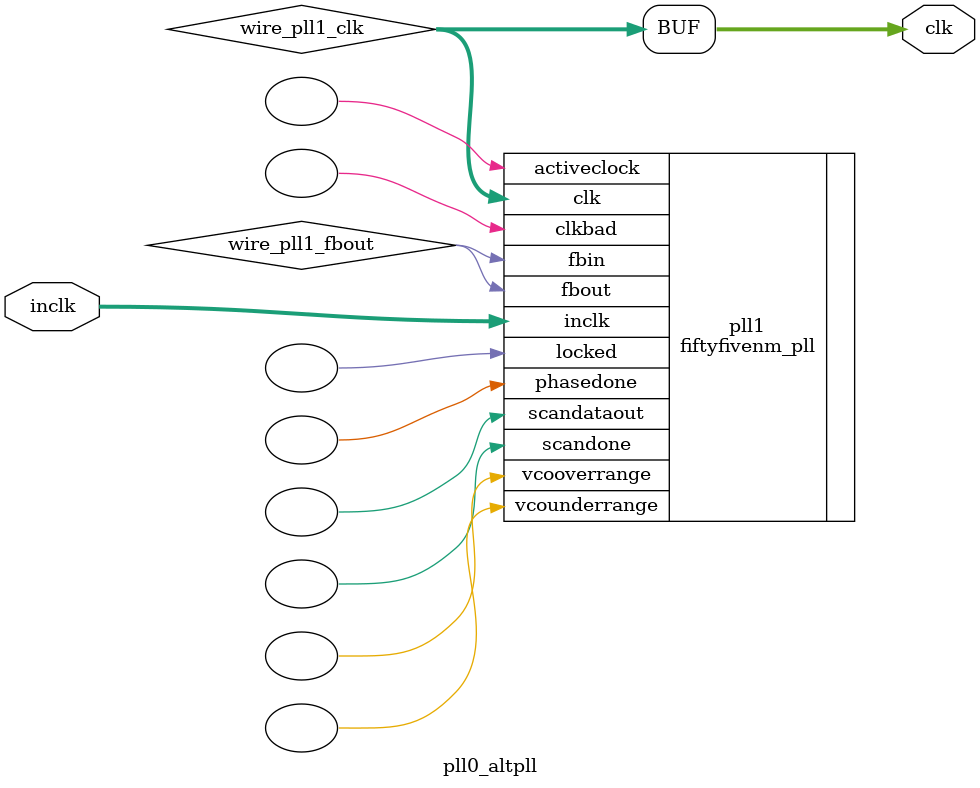
<source format=v>






//synthesis_resources = fiftyfivenm_pll 1 
//synopsys translate_off
`timescale 1 ps / 1 ps
//synopsys translate_on
module  pll0_altpll
	( 
	clk,
	inclk) /* synthesis synthesis_clearbox=1 */;
	output   [4:0]  clk;
	input   [1:0]  inclk;
`ifndef ALTERA_RESERVED_QIS
// synopsys translate_off
`endif
	tri0   [1:0]  inclk;
`ifndef ALTERA_RESERVED_QIS
// synopsys translate_on
`endif

	wire  [4:0]   wire_pll1_clk;
	wire  wire_pll1_fbout;

	fiftyfivenm_pll   pll1
	( 
	.activeclock(),
	.clk(wire_pll1_clk),
	.clkbad(),
	.fbin(wire_pll1_fbout),
	.fbout(wire_pll1_fbout),
	.inclk(inclk),
	.locked(),
	.phasedone(),
	.scandataout(),
	.scandone(),
	.vcooverrange(),
	.vcounderrange()
	`ifndef FORMAL_VERIFICATION
	// synopsys translate_off
	`endif
	,
	.areset(1'b0),
	.clkswitch(1'b0),
	.configupdate(1'b0),
	.pfdena(1'b1),
	.phasecounterselect({3{1'b0}}),
	.phasestep(1'b0),
	.phaseupdown(1'b0),
	.scanclk(1'b0),
	.scanclkena(1'b1),
	.scandata(1'b0)
	`ifndef FORMAL_VERIFICATION
	// synopsys translate_on
	`endif
	);
	defparam
		pll1.bandwidth_type = "auto",
		pll1.clk0_divide_by = 5,
		pll1.clk0_duty_cycle = 50,
		pll1.clk0_multiply_by = 4,
		pll1.clk0_phase_shift = "0",
		pll1.compensate_clock = "clk0",
		pll1.inclk0_input_frequency = 20000,
		pll1.operation_mode = "normal",
		pll1.pll_type = "auto",
		pll1.lpm_type = "fiftyfivenm_pll";
	assign
		clk = {wire_pll1_clk[4:0]};
endmodule //pll0_altpll
//VALID FILE

</source>
